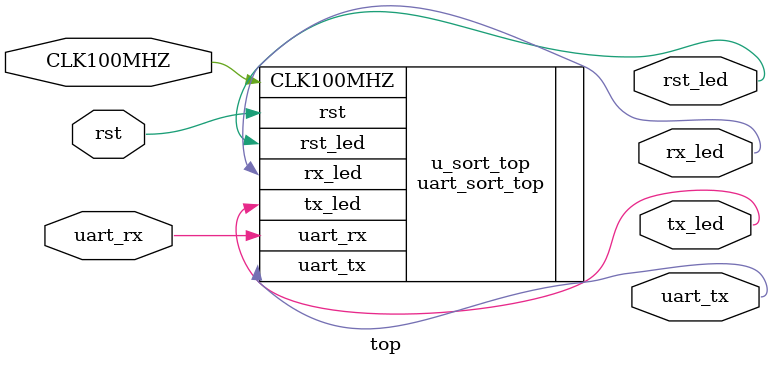
<source format=v>
module top #(
    parameter WIDTH = 32,
    parameter DEPTH = 8,
    parameter NUM_SEQ = 10
    )(
    input  CLK100MHZ,   // 100 MHz clock
    input  rst,
    input  uart_rx,
    output uart_tx,
    output rx_led,
    output tx_led,
    output rst_led
);

    uart_sort_top #(
        .WIDTH(WIDTH),
        .DEPTH(DEPTH),
        .NUM_SEQ(NUM_SEQ)
    ) u_sort_top (
        .CLK100MHZ(CLK100MHZ),
        .rst(rst),
        .uart_rx(uart_rx),
        .uart_tx(uart_tx),
        .rx_led(rx_led),
        .tx_led(tx_led),
        .rst_led(rst_led)
    );

endmodule

</source>
